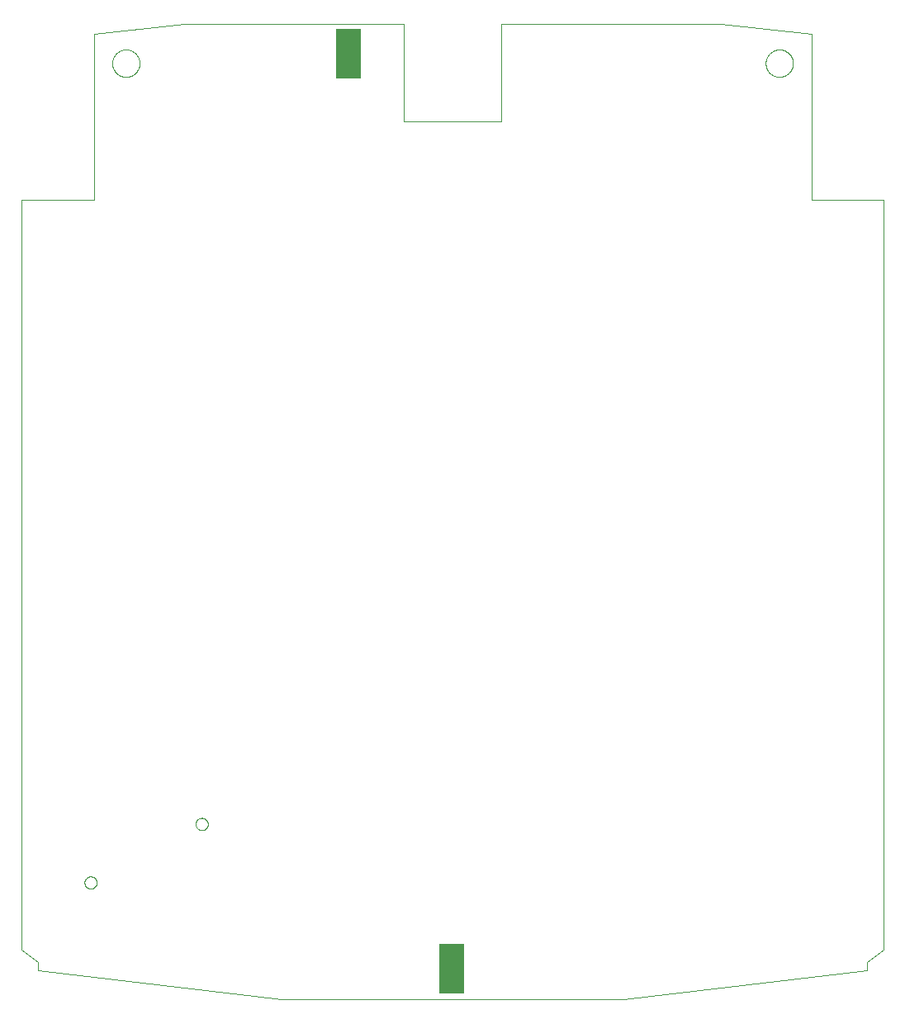
<source format=gbp>
G75*
%MOIN*%
%OFA0B0*%
%FSLAX25Y25*%
%IPPOS*%
%LPD*%
%AMOC8*
5,1,8,0,0,1.08239X$1,22.5*
%
%ADD10C,0.00000*%
%ADD11R,0.10000X0.20000*%
D10*
X0035280Y0038800D02*
X0041933Y0034115D01*
X0041933Y0030611D01*
X0140358Y0018800D01*
X0278154Y0018800D01*
X0376579Y0030611D01*
X0376579Y0034115D01*
X0383272Y0038800D01*
X0383272Y0341635D01*
X0354138Y0341635D01*
X0354138Y0408564D01*
X0317524Y0412501D01*
X0228941Y0412501D01*
X0228941Y0373131D01*
X0189571Y0373131D01*
X0189571Y0412501D01*
X0100988Y0412501D01*
X0064374Y0408564D01*
X0064374Y0341635D01*
X0035240Y0341635D01*
X0035280Y0038800D01*
X0041933Y0030611D02*
X0140358Y0018800D01*
X0278154Y0018800D01*
X0376579Y0030611D01*
X0105535Y0089666D02*
X0105537Y0089765D01*
X0105543Y0089864D01*
X0105553Y0089963D01*
X0105567Y0090061D01*
X0105585Y0090158D01*
X0105607Y0090255D01*
X0105632Y0090351D01*
X0105662Y0090445D01*
X0105695Y0090539D01*
X0105732Y0090631D01*
X0105773Y0090721D01*
X0105817Y0090810D01*
X0105865Y0090896D01*
X0105916Y0090981D01*
X0105971Y0091064D01*
X0106029Y0091144D01*
X0106090Y0091222D01*
X0106154Y0091298D01*
X0106221Y0091371D01*
X0106291Y0091441D01*
X0106364Y0091508D01*
X0106440Y0091572D01*
X0106518Y0091633D01*
X0106598Y0091691D01*
X0106681Y0091746D01*
X0106765Y0091797D01*
X0106852Y0091845D01*
X0106941Y0091889D01*
X0107031Y0091930D01*
X0107123Y0091967D01*
X0107217Y0092000D01*
X0107311Y0092030D01*
X0107407Y0092055D01*
X0107504Y0092077D01*
X0107601Y0092095D01*
X0107699Y0092109D01*
X0107798Y0092119D01*
X0107897Y0092125D01*
X0107996Y0092127D01*
X0108095Y0092125D01*
X0108194Y0092119D01*
X0108293Y0092109D01*
X0108391Y0092095D01*
X0108488Y0092077D01*
X0108585Y0092055D01*
X0108681Y0092030D01*
X0108775Y0092000D01*
X0108869Y0091967D01*
X0108961Y0091930D01*
X0109051Y0091889D01*
X0109140Y0091845D01*
X0109226Y0091797D01*
X0109311Y0091746D01*
X0109394Y0091691D01*
X0109474Y0091633D01*
X0109552Y0091572D01*
X0109628Y0091508D01*
X0109701Y0091441D01*
X0109771Y0091371D01*
X0109838Y0091298D01*
X0109902Y0091222D01*
X0109963Y0091144D01*
X0110021Y0091064D01*
X0110076Y0090981D01*
X0110127Y0090897D01*
X0110175Y0090810D01*
X0110219Y0090721D01*
X0110260Y0090631D01*
X0110297Y0090539D01*
X0110330Y0090445D01*
X0110360Y0090351D01*
X0110385Y0090255D01*
X0110407Y0090158D01*
X0110425Y0090061D01*
X0110439Y0089963D01*
X0110449Y0089864D01*
X0110455Y0089765D01*
X0110457Y0089666D01*
X0110455Y0089567D01*
X0110449Y0089468D01*
X0110439Y0089369D01*
X0110425Y0089271D01*
X0110407Y0089174D01*
X0110385Y0089077D01*
X0110360Y0088981D01*
X0110330Y0088887D01*
X0110297Y0088793D01*
X0110260Y0088701D01*
X0110219Y0088611D01*
X0110175Y0088522D01*
X0110127Y0088436D01*
X0110076Y0088351D01*
X0110021Y0088268D01*
X0109963Y0088188D01*
X0109902Y0088110D01*
X0109838Y0088034D01*
X0109771Y0087961D01*
X0109701Y0087891D01*
X0109628Y0087824D01*
X0109552Y0087760D01*
X0109474Y0087699D01*
X0109394Y0087641D01*
X0109311Y0087586D01*
X0109227Y0087535D01*
X0109140Y0087487D01*
X0109051Y0087443D01*
X0108961Y0087402D01*
X0108869Y0087365D01*
X0108775Y0087332D01*
X0108681Y0087302D01*
X0108585Y0087277D01*
X0108488Y0087255D01*
X0108391Y0087237D01*
X0108293Y0087223D01*
X0108194Y0087213D01*
X0108095Y0087207D01*
X0107996Y0087205D01*
X0107897Y0087207D01*
X0107798Y0087213D01*
X0107699Y0087223D01*
X0107601Y0087237D01*
X0107504Y0087255D01*
X0107407Y0087277D01*
X0107311Y0087302D01*
X0107217Y0087332D01*
X0107123Y0087365D01*
X0107031Y0087402D01*
X0106941Y0087443D01*
X0106852Y0087487D01*
X0106766Y0087535D01*
X0106681Y0087586D01*
X0106598Y0087641D01*
X0106518Y0087699D01*
X0106440Y0087760D01*
X0106364Y0087824D01*
X0106291Y0087891D01*
X0106221Y0087961D01*
X0106154Y0088034D01*
X0106090Y0088110D01*
X0106029Y0088188D01*
X0105971Y0088268D01*
X0105916Y0088351D01*
X0105865Y0088435D01*
X0105817Y0088522D01*
X0105773Y0088611D01*
X0105732Y0088701D01*
X0105695Y0088793D01*
X0105662Y0088887D01*
X0105632Y0088981D01*
X0105607Y0089077D01*
X0105585Y0089174D01*
X0105567Y0089271D01*
X0105553Y0089369D01*
X0105543Y0089468D01*
X0105537Y0089567D01*
X0105535Y0089666D01*
X0060653Y0066044D02*
X0060655Y0066143D01*
X0060661Y0066242D01*
X0060671Y0066341D01*
X0060685Y0066439D01*
X0060703Y0066536D01*
X0060725Y0066633D01*
X0060750Y0066729D01*
X0060780Y0066823D01*
X0060813Y0066917D01*
X0060850Y0067009D01*
X0060891Y0067099D01*
X0060935Y0067188D01*
X0060983Y0067274D01*
X0061034Y0067359D01*
X0061089Y0067442D01*
X0061147Y0067522D01*
X0061208Y0067600D01*
X0061272Y0067676D01*
X0061339Y0067749D01*
X0061409Y0067819D01*
X0061482Y0067886D01*
X0061558Y0067950D01*
X0061636Y0068011D01*
X0061716Y0068069D01*
X0061799Y0068124D01*
X0061883Y0068175D01*
X0061970Y0068223D01*
X0062059Y0068267D01*
X0062149Y0068308D01*
X0062241Y0068345D01*
X0062335Y0068378D01*
X0062429Y0068408D01*
X0062525Y0068433D01*
X0062622Y0068455D01*
X0062719Y0068473D01*
X0062817Y0068487D01*
X0062916Y0068497D01*
X0063015Y0068503D01*
X0063114Y0068505D01*
X0063213Y0068503D01*
X0063312Y0068497D01*
X0063411Y0068487D01*
X0063509Y0068473D01*
X0063606Y0068455D01*
X0063703Y0068433D01*
X0063799Y0068408D01*
X0063893Y0068378D01*
X0063987Y0068345D01*
X0064079Y0068308D01*
X0064169Y0068267D01*
X0064258Y0068223D01*
X0064344Y0068175D01*
X0064429Y0068124D01*
X0064512Y0068069D01*
X0064592Y0068011D01*
X0064670Y0067950D01*
X0064746Y0067886D01*
X0064819Y0067819D01*
X0064889Y0067749D01*
X0064956Y0067676D01*
X0065020Y0067600D01*
X0065081Y0067522D01*
X0065139Y0067442D01*
X0065194Y0067359D01*
X0065245Y0067275D01*
X0065293Y0067188D01*
X0065337Y0067099D01*
X0065378Y0067009D01*
X0065415Y0066917D01*
X0065448Y0066823D01*
X0065478Y0066729D01*
X0065503Y0066633D01*
X0065525Y0066536D01*
X0065543Y0066439D01*
X0065557Y0066341D01*
X0065567Y0066242D01*
X0065573Y0066143D01*
X0065575Y0066044D01*
X0065573Y0065945D01*
X0065567Y0065846D01*
X0065557Y0065747D01*
X0065543Y0065649D01*
X0065525Y0065552D01*
X0065503Y0065455D01*
X0065478Y0065359D01*
X0065448Y0065265D01*
X0065415Y0065171D01*
X0065378Y0065079D01*
X0065337Y0064989D01*
X0065293Y0064900D01*
X0065245Y0064814D01*
X0065194Y0064729D01*
X0065139Y0064646D01*
X0065081Y0064566D01*
X0065020Y0064488D01*
X0064956Y0064412D01*
X0064889Y0064339D01*
X0064819Y0064269D01*
X0064746Y0064202D01*
X0064670Y0064138D01*
X0064592Y0064077D01*
X0064512Y0064019D01*
X0064429Y0063964D01*
X0064345Y0063913D01*
X0064258Y0063865D01*
X0064169Y0063821D01*
X0064079Y0063780D01*
X0063987Y0063743D01*
X0063893Y0063710D01*
X0063799Y0063680D01*
X0063703Y0063655D01*
X0063606Y0063633D01*
X0063509Y0063615D01*
X0063411Y0063601D01*
X0063312Y0063591D01*
X0063213Y0063585D01*
X0063114Y0063583D01*
X0063015Y0063585D01*
X0062916Y0063591D01*
X0062817Y0063601D01*
X0062719Y0063615D01*
X0062622Y0063633D01*
X0062525Y0063655D01*
X0062429Y0063680D01*
X0062335Y0063710D01*
X0062241Y0063743D01*
X0062149Y0063780D01*
X0062059Y0063821D01*
X0061970Y0063865D01*
X0061884Y0063913D01*
X0061799Y0063964D01*
X0061716Y0064019D01*
X0061636Y0064077D01*
X0061558Y0064138D01*
X0061482Y0064202D01*
X0061409Y0064269D01*
X0061339Y0064339D01*
X0061272Y0064412D01*
X0061208Y0064488D01*
X0061147Y0064566D01*
X0061089Y0064646D01*
X0061034Y0064729D01*
X0060983Y0064813D01*
X0060935Y0064900D01*
X0060891Y0064989D01*
X0060850Y0065079D01*
X0060813Y0065171D01*
X0060780Y0065265D01*
X0060750Y0065359D01*
X0060725Y0065455D01*
X0060703Y0065552D01*
X0060685Y0065649D01*
X0060671Y0065747D01*
X0060661Y0065846D01*
X0060655Y0065945D01*
X0060653Y0066044D01*
X0071854Y0396753D02*
X0071856Y0396901D01*
X0071862Y0397049D01*
X0071872Y0397197D01*
X0071886Y0397344D01*
X0071904Y0397491D01*
X0071925Y0397637D01*
X0071951Y0397783D01*
X0071981Y0397928D01*
X0072014Y0398072D01*
X0072052Y0398215D01*
X0072093Y0398357D01*
X0072138Y0398498D01*
X0072186Y0398638D01*
X0072239Y0398777D01*
X0072295Y0398914D01*
X0072355Y0399049D01*
X0072418Y0399183D01*
X0072485Y0399315D01*
X0072556Y0399445D01*
X0072630Y0399573D01*
X0072707Y0399699D01*
X0072788Y0399823D01*
X0072872Y0399945D01*
X0072959Y0400064D01*
X0073050Y0400181D01*
X0073144Y0400296D01*
X0073240Y0400408D01*
X0073340Y0400518D01*
X0073442Y0400624D01*
X0073548Y0400728D01*
X0073656Y0400829D01*
X0073767Y0400927D01*
X0073880Y0401023D01*
X0073996Y0401115D01*
X0074114Y0401204D01*
X0074235Y0401289D01*
X0074358Y0401372D01*
X0074483Y0401451D01*
X0074610Y0401527D01*
X0074739Y0401599D01*
X0074870Y0401668D01*
X0075003Y0401733D01*
X0075138Y0401794D01*
X0075274Y0401852D01*
X0075411Y0401907D01*
X0075550Y0401957D01*
X0075691Y0402004D01*
X0075832Y0402047D01*
X0075975Y0402087D01*
X0076119Y0402122D01*
X0076263Y0402154D01*
X0076409Y0402181D01*
X0076555Y0402205D01*
X0076702Y0402225D01*
X0076849Y0402241D01*
X0076996Y0402253D01*
X0077144Y0402261D01*
X0077292Y0402265D01*
X0077440Y0402265D01*
X0077588Y0402261D01*
X0077736Y0402253D01*
X0077883Y0402241D01*
X0078030Y0402225D01*
X0078177Y0402205D01*
X0078323Y0402181D01*
X0078469Y0402154D01*
X0078613Y0402122D01*
X0078757Y0402087D01*
X0078900Y0402047D01*
X0079041Y0402004D01*
X0079182Y0401957D01*
X0079321Y0401907D01*
X0079458Y0401852D01*
X0079594Y0401794D01*
X0079729Y0401733D01*
X0079862Y0401668D01*
X0079993Y0401599D01*
X0080122Y0401527D01*
X0080249Y0401451D01*
X0080374Y0401372D01*
X0080497Y0401289D01*
X0080618Y0401204D01*
X0080736Y0401115D01*
X0080852Y0401023D01*
X0080965Y0400927D01*
X0081076Y0400829D01*
X0081184Y0400728D01*
X0081290Y0400624D01*
X0081392Y0400518D01*
X0081492Y0400408D01*
X0081588Y0400296D01*
X0081682Y0400181D01*
X0081773Y0400064D01*
X0081860Y0399945D01*
X0081944Y0399823D01*
X0082025Y0399699D01*
X0082102Y0399573D01*
X0082176Y0399445D01*
X0082247Y0399315D01*
X0082314Y0399183D01*
X0082377Y0399049D01*
X0082437Y0398914D01*
X0082493Y0398777D01*
X0082546Y0398638D01*
X0082594Y0398498D01*
X0082639Y0398357D01*
X0082680Y0398215D01*
X0082718Y0398072D01*
X0082751Y0397928D01*
X0082781Y0397783D01*
X0082807Y0397637D01*
X0082828Y0397491D01*
X0082846Y0397344D01*
X0082860Y0397197D01*
X0082870Y0397049D01*
X0082876Y0396901D01*
X0082878Y0396753D01*
X0082876Y0396605D01*
X0082870Y0396457D01*
X0082860Y0396309D01*
X0082846Y0396162D01*
X0082828Y0396015D01*
X0082807Y0395869D01*
X0082781Y0395723D01*
X0082751Y0395578D01*
X0082718Y0395434D01*
X0082680Y0395291D01*
X0082639Y0395149D01*
X0082594Y0395008D01*
X0082546Y0394868D01*
X0082493Y0394729D01*
X0082437Y0394592D01*
X0082377Y0394457D01*
X0082314Y0394323D01*
X0082247Y0394191D01*
X0082176Y0394061D01*
X0082102Y0393933D01*
X0082025Y0393807D01*
X0081944Y0393683D01*
X0081860Y0393561D01*
X0081773Y0393442D01*
X0081682Y0393325D01*
X0081588Y0393210D01*
X0081492Y0393098D01*
X0081392Y0392988D01*
X0081290Y0392882D01*
X0081184Y0392778D01*
X0081076Y0392677D01*
X0080965Y0392579D01*
X0080852Y0392483D01*
X0080736Y0392391D01*
X0080618Y0392302D01*
X0080497Y0392217D01*
X0080374Y0392134D01*
X0080249Y0392055D01*
X0080122Y0391979D01*
X0079993Y0391907D01*
X0079862Y0391838D01*
X0079729Y0391773D01*
X0079594Y0391712D01*
X0079458Y0391654D01*
X0079321Y0391599D01*
X0079182Y0391549D01*
X0079041Y0391502D01*
X0078900Y0391459D01*
X0078757Y0391419D01*
X0078613Y0391384D01*
X0078469Y0391352D01*
X0078323Y0391325D01*
X0078177Y0391301D01*
X0078030Y0391281D01*
X0077883Y0391265D01*
X0077736Y0391253D01*
X0077588Y0391245D01*
X0077440Y0391241D01*
X0077292Y0391241D01*
X0077144Y0391245D01*
X0076996Y0391253D01*
X0076849Y0391265D01*
X0076702Y0391281D01*
X0076555Y0391301D01*
X0076409Y0391325D01*
X0076263Y0391352D01*
X0076119Y0391384D01*
X0075975Y0391419D01*
X0075832Y0391459D01*
X0075691Y0391502D01*
X0075550Y0391549D01*
X0075411Y0391599D01*
X0075274Y0391654D01*
X0075138Y0391712D01*
X0075003Y0391773D01*
X0074870Y0391838D01*
X0074739Y0391907D01*
X0074610Y0391979D01*
X0074483Y0392055D01*
X0074358Y0392134D01*
X0074235Y0392217D01*
X0074114Y0392302D01*
X0073996Y0392391D01*
X0073880Y0392483D01*
X0073767Y0392579D01*
X0073656Y0392677D01*
X0073548Y0392778D01*
X0073442Y0392882D01*
X0073340Y0392988D01*
X0073240Y0393098D01*
X0073144Y0393210D01*
X0073050Y0393325D01*
X0072959Y0393442D01*
X0072872Y0393561D01*
X0072788Y0393683D01*
X0072707Y0393807D01*
X0072630Y0393933D01*
X0072556Y0394061D01*
X0072485Y0394191D01*
X0072418Y0394323D01*
X0072355Y0394457D01*
X0072295Y0394592D01*
X0072239Y0394729D01*
X0072186Y0394868D01*
X0072138Y0395008D01*
X0072093Y0395149D01*
X0072052Y0395291D01*
X0072014Y0395434D01*
X0071981Y0395578D01*
X0071951Y0395723D01*
X0071925Y0395869D01*
X0071904Y0396015D01*
X0071886Y0396162D01*
X0071872Y0396309D01*
X0071862Y0396457D01*
X0071856Y0396605D01*
X0071854Y0396753D01*
X0335634Y0396753D02*
X0335636Y0396901D01*
X0335642Y0397049D01*
X0335652Y0397197D01*
X0335666Y0397344D01*
X0335684Y0397491D01*
X0335705Y0397637D01*
X0335731Y0397783D01*
X0335761Y0397928D01*
X0335794Y0398072D01*
X0335832Y0398215D01*
X0335873Y0398357D01*
X0335918Y0398498D01*
X0335966Y0398638D01*
X0336019Y0398777D01*
X0336075Y0398914D01*
X0336135Y0399049D01*
X0336198Y0399183D01*
X0336265Y0399315D01*
X0336336Y0399445D01*
X0336410Y0399573D01*
X0336487Y0399699D01*
X0336568Y0399823D01*
X0336652Y0399945D01*
X0336739Y0400064D01*
X0336830Y0400181D01*
X0336924Y0400296D01*
X0337020Y0400408D01*
X0337120Y0400518D01*
X0337222Y0400624D01*
X0337328Y0400728D01*
X0337436Y0400829D01*
X0337547Y0400927D01*
X0337660Y0401023D01*
X0337776Y0401115D01*
X0337894Y0401204D01*
X0338015Y0401289D01*
X0338138Y0401372D01*
X0338263Y0401451D01*
X0338390Y0401527D01*
X0338519Y0401599D01*
X0338650Y0401668D01*
X0338783Y0401733D01*
X0338918Y0401794D01*
X0339054Y0401852D01*
X0339191Y0401907D01*
X0339330Y0401957D01*
X0339471Y0402004D01*
X0339612Y0402047D01*
X0339755Y0402087D01*
X0339899Y0402122D01*
X0340043Y0402154D01*
X0340189Y0402181D01*
X0340335Y0402205D01*
X0340482Y0402225D01*
X0340629Y0402241D01*
X0340776Y0402253D01*
X0340924Y0402261D01*
X0341072Y0402265D01*
X0341220Y0402265D01*
X0341368Y0402261D01*
X0341516Y0402253D01*
X0341663Y0402241D01*
X0341810Y0402225D01*
X0341957Y0402205D01*
X0342103Y0402181D01*
X0342249Y0402154D01*
X0342393Y0402122D01*
X0342537Y0402087D01*
X0342680Y0402047D01*
X0342821Y0402004D01*
X0342962Y0401957D01*
X0343101Y0401907D01*
X0343238Y0401852D01*
X0343374Y0401794D01*
X0343509Y0401733D01*
X0343642Y0401668D01*
X0343773Y0401599D01*
X0343902Y0401527D01*
X0344029Y0401451D01*
X0344154Y0401372D01*
X0344277Y0401289D01*
X0344398Y0401204D01*
X0344516Y0401115D01*
X0344632Y0401023D01*
X0344745Y0400927D01*
X0344856Y0400829D01*
X0344964Y0400728D01*
X0345070Y0400624D01*
X0345172Y0400518D01*
X0345272Y0400408D01*
X0345368Y0400296D01*
X0345462Y0400181D01*
X0345553Y0400064D01*
X0345640Y0399945D01*
X0345724Y0399823D01*
X0345805Y0399699D01*
X0345882Y0399573D01*
X0345956Y0399445D01*
X0346027Y0399315D01*
X0346094Y0399183D01*
X0346157Y0399049D01*
X0346217Y0398914D01*
X0346273Y0398777D01*
X0346326Y0398638D01*
X0346374Y0398498D01*
X0346419Y0398357D01*
X0346460Y0398215D01*
X0346498Y0398072D01*
X0346531Y0397928D01*
X0346561Y0397783D01*
X0346587Y0397637D01*
X0346608Y0397491D01*
X0346626Y0397344D01*
X0346640Y0397197D01*
X0346650Y0397049D01*
X0346656Y0396901D01*
X0346658Y0396753D01*
X0346656Y0396605D01*
X0346650Y0396457D01*
X0346640Y0396309D01*
X0346626Y0396162D01*
X0346608Y0396015D01*
X0346587Y0395869D01*
X0346561Y0395723D01*
X0346531Y0395578D01*
X0346498Y0395434D01*
X0346460Y0395291D01*
X0346419Y0395149D01*
X0346374Y0395008D01*
X0346326Y0394868D01*
X0346273Y0394729D01*
X0346217Y0394592D01*
X0346157Y0394457D01*
X0346094Y0394323D01*
X0346027Y0394191D01*
X0345956Y0394061D01*
X0345882Y0393933D01*
X0345805Y0393807D01*
X0345724Y0393683D01*
X0345640Y0393561D01*
X0345553Y0393442D01*
X0345462Y0393325D01*
X0345368Y0393210D01*
X0345272Y0393098D01*
X0345172Y0392988D01*
X0345070Y0392882D01*
X0344964Y0392778D01*
X0344856Y0392677D01*
X0344745Y0392579D01*
X0344632Y0392483D01*
X0344516Y0392391D01*
X0344398Y0392302D01*
X0344277Y0392217D01*
X0344154Y0392134D01*
X0344029Y0392055D01*
X0343902Y0391979D01*
X0343773Y0391907D01*
X0343642Y0391838D01*
X0343509Y0391773D01*
X0343374Y0391712D01*
X0343238Y0391654D01*
X0343101Y0391599D01*
X0342962Y0391549D01*
X0342821Y0391502D01*
X0342680Y0391459D01*
X0342537Y0391419D01*
X0342393Y0391384D01*
X0342249Y0391352D01*
X0342103Y0391325D01*
X0341957Y0391301D01*
X0341810Y0391281D01*
X0341663Y0391265D01*
X0341516Y0391253D01*
X0341368Y0391245D01*
X0341220Y0391241D01*
X0341072Y0391241D01*
X0340924Y0391245D01*
X0340776Y0391253D01*
X0340629Y0391265D01*
X0340482Y0391281D01*
X0340335Y0391301D01*
X0340189Y0391325D01*
X0340043Y0391352D01*
X0339899Y0391384D01*
X0339755Y0391419D01*
X0339612Y0391459D01*
X0339471Y0391502D01*
X0339330Y0391549D01*
X0339191Y0391599D01*
X0339054Y0391654D01*
X0338918Y0391712D01*
X0338783Y0391773D01*
X0338650Y0391838D01*
X0338519Y0391907D01*
X0338390Y0391979D01*
X0338263Y0392055D01*
X0338138Y0392134D01*
X0338015Y0392217D01*
X0337894Y0392302D01*
X0337776Y0392391D01*
X0337660Y0392483D01*
X0337547Y0392579D01*
X0337436Y0392677D01*
X0337328Y0392778D01*
X0337222Y0392882D01*
X0337120Y0392988D01*
X0337020Y0393098D01*
X0336924Y0393210D01*
X0336830Y0393325D01*
X0336739Y0393442D01*
X0336652Y0393561D01*
X0336568Y0393683D01*
X0336487Y0393807D01*
X0336410Y0393933D01*
X0336336Y0394061D01*
X0336265Y0394191D01*
X0336198Y0394323D01*
X0336135Y0394457D01*
X0336075Y0394592D01*
X0336019Y0394729D01*
X0335966Y0394868D01*
X0335918Y0395008D01*
X0335873Y0395149D01*
X0335832Y0395291D01*
X0335794Y0395434D01*
X0335761Y0395578D01*
X0335731Y0395723D01*
X0335705Y0395869D01*
X0335684Y0396015D01*
X0335666Y0396162D01*
X0335652Y0396309D01*
X0335642Y0396457D01*
X0335636Y0396605D01*
X0335634Y0396753D01*
D11*
X0167248Y0400690D03*
X0208862Y0031300D03*
M02*

</source>
